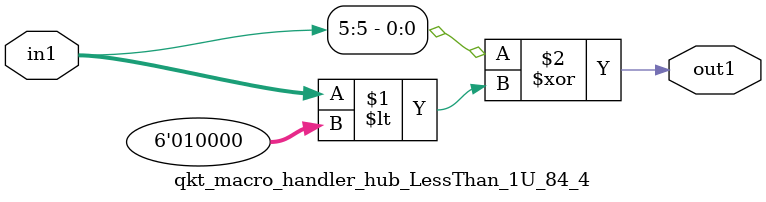
<source format=v>

`timescale 1ps / 1ps


module qkt_macro_handler_hub_LessThan_1U_84_4( in1, out1 );

    input [5:0] in1;
    output out1;

    
    // rtl_process:qkt_macro_handler_hub_LessThan_1U_84_4/qkt_macro_handler_hub_LessThan_1U_84_4_thread_1
    assign out1 = (in1[5] ^ in1 < 6'd16);

endmodule


</source>
